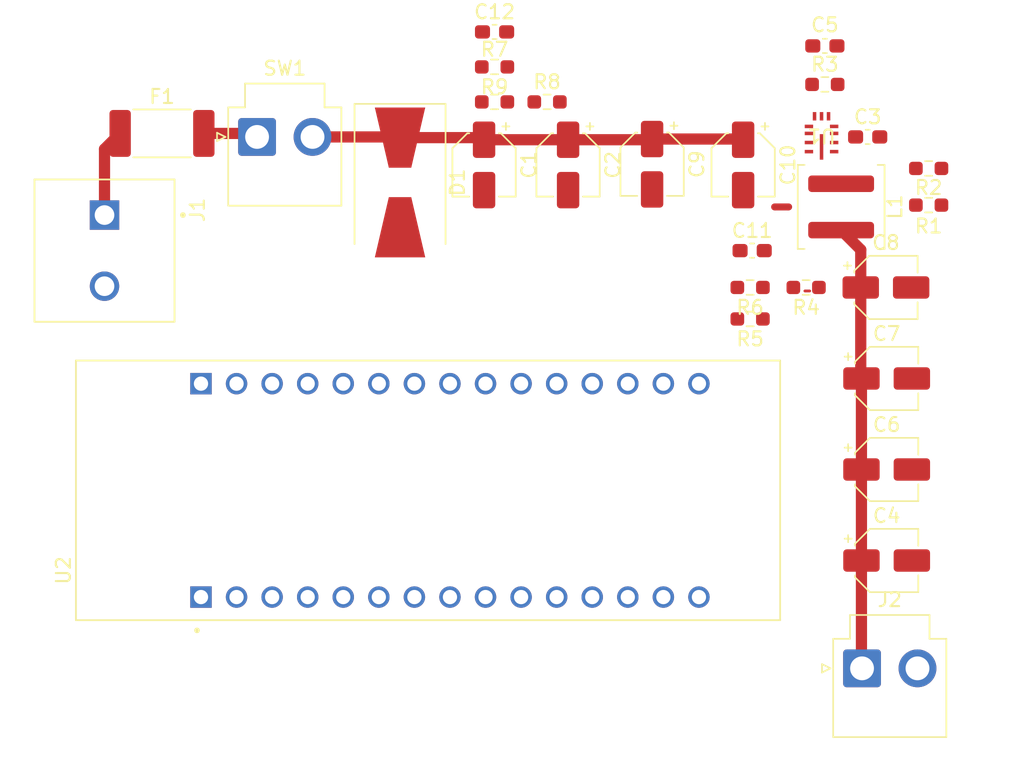
<source format=kicad_pcb>
(kicad_pcb (version 20241229) (generator "pcbnew") (generator_version "9.0")
  (title_block (company "Mateusz Witczak"))
  (layers (0 "F.Cu" signal) (4 "In1.Cu" signal) (6 "In2.Cu" signal) (2 "B.Cu" signal) (13 "F.Paste" user) (15 "B.Paste" user) (5 "F.SilkS" user "F.Silkscreen") (7 "B.SilkS" user "B.Silkscreen") (1 "F.Mask" user) (3 "B.Mask" user) (25 "Edge.Cuts" user))
  (net 0 "")
  (net 1 "PGND")
  (net 2 "V_IN_MEAS")
  (net 3 "Net-(U1-SW)")
  (net 4 "Net-(U1-BST)")
  (net 5 "V_OUT_MEAS")
  (net 6 "Net-(U1-VCC)")
  (net 7 "AGND")
  (net 8 "Net-(C11-Pad1)")
  (net 9 "Net-(C12-Pad1)")
  (net 10 "Net-(J1-Pin_1)")
  (net 11 "Net-(SW1-A)")
  (net 12 "Net-(U1-FB)")
  (net 13 "PG")
  (net 14 "Net-(R4-Pad2)")
  (net 15 "PA0")
  (net 16 "Net-(R7-Pad2)")
  (net 17 "PA1")
  (footprint "Capacitor_SMD:CP_Elec_4x5.4" (layer "F.Cu") (at 168.605 77.38 -90)
    (property "Reference" "C10" (at 0 -3.2 90) (layer "F.SilkS"))
    (property "Value" "100n")
    (fp_line (start -1.195563 2.26) (end 2.26 2.26) (stroke (width 0.12)) (layer "F.SilkS"))
    (fp_line (start 2.26 2.26) (end 2.26 1.06) (stroke (width 0.12)) (layer "F.SilkS"))
    (fp_line (start -2.26 1.195563) (end -1.195563 2.26) (stroke (width 0.12)) (layer "F.SilkS"))
    (fp_line (start -2.26 1.195563) (end -2.26 1.06) (stroke (width 0.12)) (layer "F.SilkS"))
    (fp_line (start -2.26 -1.195563) (end -2.26 -1.06) (stroke (width 0.12)) (layer "F.SilkS"))
    (fp_line (start -2.26 -1.195563) (end -1.195563 -2.26) (stroke (width 0.12)) (layer "F.SilkS"))
    (fp_line (start -3 -1.56) (end -2.5 -1.56) (stroke (width 0.12)) (layer "F.SilkS"))
    (fp_line (start -2.75 -1.81) (end -2.75 -1.31) (stroke (width 0.12)) (layer "F.SilkS"))
    (fp_line (start -1.195563 -2.26) (end 2.26 -2.26) (stroke (width 0.12)) (layer "F.SilkS"))
    (fp_line (start 2.26 -2.26) (end 2.26 -1.06) (stroke (width 0.12)) (layer "F.SilkS"))
    (pad "1" smd roundrect (at -1.8 0 270) (size 2.6 1.6) (layers "F.Cu" "F.Mask" "F.Paste") (roundrect_rratio 0.15625) (net 2 "V_IN_MEAS"))
    (pad "2" smd roundrect (at 1.8 0 270) (size 2.6 1.6) (layers "F.Cu" "F.Mask" "F.Paste") (roundrect_rratio 0.15625) (net 1 "PGND"))
  )
  (footprint "Capacitor_SMD:C_0603_1608Metric_Pad1.08x0.95mm_HandSolder" (layer "F.Cu") (at 174.4425 68.88 180)
    (property "Reference" "C5" (at 0 1.5 0) (layer "F.SilkS"))
    (property "Value" "1u")
    (fp_line (start -0.146267 0.51) (end 0.146267 0.51) (stroke (width 0.12)) (layer "F.SilkS"))
    (fp_line (start -0.146267 -0.51) (end 0.146267 -0.51) (stroke (width 0.12)) (layer "F.SilkS"))
    (pad "1" smd roundrect (at -0.8625 0 180) (size 1.075 0.95) (layers "F.Cu" "F.Mask" "F.Paste") (net 6 "Net-(U1-VCC)"))
    (pad "2" smd roundrect (at 0.8625 0 180) (size 1.075 0.95) (layers "F.Cu" "F.Mask" "F.Paste") (net 7 "AGND"))
  )
  (footprint "Capacitor_SMD:CP_Elec_4x5.4" (layer "F.Cu") (at 178.805 86.13)
    (property "Reference" "C8" (at 0 -3.2 0) (layer "F.SilkS"))
    (property "Value" "22u")
    (fp_line (start -3 -1.56) (end -2.5 -1.56) (stroke (width 0.12)) (layer "F.SilkS"))
    (fp_line (start -2.75 -1.81) (end -2.75 -1.31) (stroke (width 0.12)) (layer "F.SilkS"))
    (fp_line (start -2.26 -1.195563) (end -2.26 -1.06) (stroke (width 0.12)) (layer "F.SilkS"))
    (fp_line (start -2.26 -1.195563) (end -1.195563 -2.26) (stroke (width 0.12)) (layer "F.SilkS"))
    (fp_line (start -2.26 1.195563) (end -2.26 1.06) (stroke (width 0.12)) (layer "F.SilkS"))
    (fp_line (start -2.26 1.195563) (end -1.195563 2.26) (stroke (width 0.12)) (layer "F.SilkS"))
    (fp_line (start -1.195563 -2.26) (end 2.26 -2.26) (stroke (width 0.12)) (layer "F.SilkS"))
    (fp_line (start -1.195563 2.26) (end 2.26 2.26) (stroke (width 0.12)) (layer "F.SilkS"))
    (fp_line (start 2.26 -2.26) (end 2.26 -1.06) (stroke (width 0.12)) (layer "F.SilkS"))
    (fp_line (start 2.26 2.26) (end 2.26 1.06) (stroke (width 0.12)) (layer "F.SilkS"))
    (pad "1" smd roundrect (at -1.8 0) (size 2.6 1.6) (layers "F.Cu" "F.Mask" "F.Paste") (roundrect_rratio 0.15625) (net 5 "V_OUT_MEAS"))
    (pad "2" smd roundrect (at 1.8 0) (size 2.6 1.6) (layers "F.Cu" "F.Mask" "F.Paste") (roundrect_rratio 0.15625) (net 1 "PGND"))
  )
  (footprint "Connector_JST:JST_VH_B2P-VH_1x02_P3.96mm_Vertical" (layer "F.Cu") (at 133.895 75.38)
    (property "Reference" "SW1" (at 1.98 -4.9 0) (layer "F.SilkS"))
    (property "Value" "SW_SPST")
    (fp_line (start -2.86 -0.3) (end -2.26 0) (stroke (width 0.12)) (layer "F.SilkS"))
    (fp_line (start -2.86 0.3) (end -2.86 -0.3) (stroke (width 0.12)) (layer "F.SilkS"))
    (fp_line (start -2.26 0) (end -2.86 0.3) (stroke (width 0.12)) (layer "F.SilkS"))
    (fp_line (start -2.06 -2.11) (end -0.86 -2.11) (stroke (width 0.12)) (layer "F.SilkS"))
    (fp_line (start -2.06 4.91) (end -2.06 -2.11) (stroke (width 0.12)) (layer "F.SilkS"))
    (fp_line (start -0.86 -3.81) (end 4.82 -3.81) (stroke (width 0.12)) (layer "F.SilkS"))
    (fp_line (start -0.86 -2.11) (end -0.86 -3.81) (stroke (width 0.12)) (layer "F.SilkS"))
    (fp_line (start 4.82 -3.81) (end 4.82 -2.11) (stroke (width 0.12)) (layer "F.SilkS"))
    (fp_line (start 4.82 -2.11) (end 6.02 -2.11) (stroke (width 0.12)) (layer "F.SilkS"))
    (fp_line (start 6.02 -2.11) (end 6.02 4.91) (stroke (width 0.12)) (layer "F.SilkS"))
    (fp_line (start 6.02 4.91) (end -2.06 4.91) (stroke (width 0.12)) (layer "F.SilkS"))
    (pad "1" thru_hole roundrect (at 0 0) (size 2.7 2.7) (drill 1.7) (layers "*.Cu" "*.Mask") (roundrect_rratio 0.092593) (net 11 "Net-(SW1-A)"))
    (pad "2" thru_hole circle (at 3.96 0) (size 2.7 2.7) (drill 1.7) (layers "*.Cu" "*.Mask") (net 2 "V_IN_MEAS"))
  )
  (footprint "Resistor_SMD:R_0603_1608Metric_Pad0.98x0.95mm_HandSolder" (layer "F.Cu") (at 169.105 88.38 180)
    (property "Reference" "R5" (at 0 -1.43 0) (layer "F.SilkS"))
    (property "Value" "100k")
    (fp_line (start -0.254724 0.5225) (end 0.254724 0.5225) (stroke (width 0.12)) (layer "F.SilkS"))
    (fp_line (start -0.254724 -0.5225) (end 0.254724 -0.5225) (stroke (width 0.12)) (layer "F.SilkS"))
    (pad "1" smd roundrect (at -0.9125 0 180) (size 0.975 0.95) (layers "F.Cu" "F.Mask" "F.Paste") (net 14 "Net-(R4-Pad2)"))
    (pad "2" smd roundrect (at 0.9125 0 180) (size 0.975 0.95) (layers "F.Cu" "F.Mask" "F.Paste") (net 15 "PA0"))
  )
  (footprint "Capacitor_SMD:CP_Elec_4x5.4" (layer "F.Cu") (at 178.855 99.13)
    (property "Reference" "C6" (at 0 -3.2 0) (layer "F.SilkS"))
    (property "Value" "22u")
    (fp_line (start -3 -1.56) (end -2.5 -1.56) (stroke (width 0.12)) (layer "F.SilkS"))
    (fp_line (start -2.75 -1.81) (end -2.75 -1.31) (stroke (width 0.12)) (layer "F.SilkS"))
    (fp_line (start -2.26 -1.195563) (end -2.26 -1.06) (stroke (width 0.12)) (layer "F.SilkS"))
    (fp_line (start -2.26 -1.195563) (end -1.195563 -2.26) (stroke (width 0.12)) (layer "F.SilkS"))
    (fp_line (start -2.26 1.195563) (end -2.26 1.06) (stroke (width 0.12)) (layer "F.SilkS"))
    (fp_line (start -2.26 1.195563) (end -1.195563 2.26) (stroke (width 0.12)) (layer "F.SilkS"))
    (fp_line (start -1.195563 -2.26) (end 2.26 -2.26) (stroke (width 0.12)) (layer "F.SilkS"))
    (fp_line (start -1.195563 2.26) (end 2.26 2.26) (stroke (width 0.12)) (layer "F.SilkS"))
    (fp_line (start 2.26 -2.26) (end 2.26 -1.06) (stroke (width 0.12)) (layer "F.SilkS"))
    (fp_line (start 2.26 2.26) (end 2.26 1.06) (stroke (width 0.12)) (layer "F.SilkS"))
    (pad "1" smd roundrect (at -1.8 0) (size 2.6 1.6) (layers "F.Cu" "F.Mask" "F.Paste") (roundrect_rratio 0.15625) (net 5 "V_OUT_MEAS"))
    (pad "2" smd roundrect (at 1.8 0) (size 2.6 1.6) (layers "F.Cu" "F.Mask" "F.Paste") (roundrect_rratio 0.15625) (net 1 "PGND"))
  )
  (footprint "Resistor_SMD:R_0603_1608Metric_Pad0.98x0.95mm_HandSolder" (layer "F.Cu") (at 150.855 70.38 180)
    (property "Reference" "R9" (at 0 -1.43 0) (layer "F.SilkS"))
    (property "Value" "33k")
    (fp_line (start -0.254724 0.5225) (end 0.254724 0.5225) (stroke (width 0.12)) (layer "F.SilkS"))
    (fp_line (start -0.254724 -0.5225) (end 0.254724 -0.5225) (stroke (width 0.12)) (layer "F.SilkS"))
    (pad "1" smd roundrect (at -0.9125 0 180) (size 0.975 0.95) (layers "F.Cu" "F.Mask" "F.Paste") (net 16 "Net-(R7-Pad2)"))
    (pad "2" smd roundrect (at 0.9125 0 180) (size 0.975 0.95) (layers "F.Cu" "F.Mask" "F.Paste") (net 9 "Net-(C12-Pad1)"))
  )
  (footprint "Capacitor_SMD:CP_Elec_4x5.4" (layer "F.Cu") (at 156.105 77.38 -90)
    (property "Reference" "C2" (at 0 -3.2 90) (layer "F.SilkS"))
    (property "Value" "4.7u")
    (fp_line (start -1.195563 2.26) (end 2.26 2.26) (stroke (width 0.12)) (layer "F.SilkS"))
    (fp_line (start 2.26 2.26) (end 2.26 1.06) (stroke (width 0.12)) (layer "F.SilkS"))
    (fp_line (start -2.26 1.195563) (end -1.195563 2.26) (stroke (width 0.12)) (layer "F.SilkS"))
    (fp_line (start -2.26 1.195563) (end -2.26 1.06) (stroke (width 0.12)) (layer "F.SilkS"))
    (fp_line (start -2.26 -1.195563) (end -2.26 -1.06) (stroke (width 0.12)) (layer "F.SilkS"))
    (fp_line (start -2.26 -1.195563) (end -1.195563 -2.26) (stroke (width 0.12)) (layer "F.SilkS"))
    (fp_line (start -3 -1.56) (end -2.5 -1.56) (stroke (width 0.12)) (layer "F.SilkS"))
    (fp_line (start -2.75 -1.81) (end -2.75 -1.31) (stroke (width 0.12)) (layer "F.SilkS"))
    (fp_line (start -1.195563 -2.26) (end 2.26 -2.26) (stroke (width 0.12)) (layer "F.SilkS"))
    (fp_line (start 2.26 -2.26) (end 2.26 -1.06) (stroke (width 0.12)) (layer "F.SilkS"))
    (pad "1" smd roundrect (at -1.8 0 270) (size 2.6 1.6) (layers "F.Cu" "F.Mask" "F.Paste") (roundrect_rratio 0.15625) (net 2 "V_IN_MEAS"))
    (pad "2" smd roundrect (at 1.8 0 270) (size 2.6 1.6) (layers "F.Cu" "F.Mask" "F.Paste") (roundrect_rratio 0.15625) (net 1 "PGND"))
  )
  (footprint "Diode_SMD:D_SMB-SMC_Universal_Handsoldering" (layer "F.Cu") (at 144.105 78.63 -90)
    (property "Reference" "D1" (at 0 -4.1 90) (layer "F.SilkS"))
    (property "Value" "D_Zener")
    (fp_line (start -5.61 3.25) (end 4.4 3.25) (stroke (width 0.12)) (layer "F.SilkS"))
    (fp_line (start -5.61 3.25) (end -5.61 -3.25) (stroke (width 0.12)) (layer "F.SilkS"))
    (fp_line (start -5.61 -3.25) (end 4.4 -3.25) (stroke (width 0.12)) (layer "F.SilkS"))
    (pad "1" smd trapezoid (at -3.2 0 270) (size 4.3 2.6) (rect_delta 1 0) (layers "F.Cu" "F.Mask" "F.Paste") (net 2 "V_IN_MEAS"))
    (pad "2" smd trapezoid (at 3.2 0 90) (size 4.3 2.6) (rect_delta 1 0) (layers "F.Cu" "F.Mask" "F.Paste") (net 1 "PGND"))
  )
  (footprint "Capacitor_SMD:CP_Elec_4x5.4" (layer "F.Cu") (at 178.855 105.63)
    (property "Reference" "C4" (at 0 -3.2 0) (layer "F.SilkS"))
    (property "Value" "22u")
    (fp_line (start -3 -1.56) (end -2.5 -1.56) (stroke (width 0.12)) (layer "F.SilkS"))
    (fp_line (start -2.75 -1.81) (end -2.75 -1.31) (stroke (width 0.12)) (layer "F.SilkS"))
    (fp_line (start -2.26 -1.195563) (end -2.26 -1.06) (stroke (width 0.12)) (layer "F.SilkS"))
    (fp_line (start -2.26 -1.195563) (end -1.195563 -2.26) (stroke (width 0.12)) (layer "F.SilkS"))
    (fp_line (start -2.26 1.195563) (end -2.26 1.06) (stroke (width 0.12)) (layer "F.SilkS"))
    (fp_line (start -2.26 1.195563) (end -1.195563 2.26) (stroke (width 0.12)) (layer "F.SilkS"))
    (fp_line (start -1.195563 -2.26) (end 2.26 -2.26) (stroke (width 0.12)) (layer "F.SilkS"))
    (fp_line (start -1.195563 2.26) (end 2.26 2.26) (stroke (width 0.12)) (layer "F.SilkS"))
    (fp_line (start 2.26 -2.26) (end 2.26 -1.06) (stroke (width 0.12)) (layer "F.SilkS"))
    (fp_line (start 2.26 2.26) (end 2.26 1.06) (stroke (width 0.12)) (layer "F.SilkS"))
    (pad "1" smd roundrect (at -1.8 0) (size 2.6 1.6) (layers "F.Cu" "F.Mask" "F.Paste") (roundrect_rratio 0.15625) (net 5 "V_OUT_MEAS"))
    (pad "2" smd roundrect (at 1.8 0) (size 2.6 1.6) (layers "F.Cu" "F.Mask" "F.Paste") (roundrect_rratio 0.15625) (net 1 "PGND"))
  )
  (footprint "Fuse:Fuse_2512_6332Metric_Pad1.52x3.35mm_HandSolder" (layer "F.Cu") (at 127.105 75.13)
    (property "Reference" "F1" (at 0 -2.63 0) (layer "F.SilkS"))
    (property "Value" "Fuse")
    (fp_line (start -2.052064 -1.71) (end 2.052064 -1.71) (stroke (width 0.12)) (layer "F.SilkS"))
    (fp_line (start -2.052064 1.71) (end 2.052064 1.71) (stroke (width 0.12)) (layer "F.SilkS"))
    (pad "1" smd roundrect (at -2.9875 0) (size 1.525 3.35) (layers "F.Cu" "F.Mask" "F.Paste") (roundrect_rratio 0.163934) (net 10 "Net-(J1-Pin_1)"))
    (pad "2" smd roundrect (at 2.9875 0) (size 1.525 3.35) (layers "F.Cu" "F.Mask" "F.Paste") (roundrect_rratio 0.163934) (net 11 "Net-(SW1-A)"))
  )
  (footprint "NUCLEO_L432KC:MODULE_NUCLEO-L432KC" (layer "F.Cu") (at 146.105 100.62 90)
    (property "Reference" "U2" (at -5.715 -26.035 90) (layer "F.SilkS"))
    (property "Value" "NUCLEO-L432KC")
    (fp_line (start 9.27 -25.145) (end 9.27 25.145) (stroke (width 0.127)) (layer "F.SilkS"))
    (fp_line (start -9.27 -25.145) (end 9.27 -25.145) (stroke (width 0.127)) (layer "F.SilkS"))
    (fp_line (start 9.27 25.145) (end -9.27 25.145) (stroke (width 0.127)) (layer "F.SilkS"))
    (fp_line (start -9.27 25.145) (end -9.27 -25.145) (stroke (width 0.127)) (layer "F.SilkS"))
    (fp_circle (center -10 -16.5) (end -9.9 -16.5) (stroke (width 0.2)) (fill no) (layer "F.SilkS"))
    (pad "CN3_1" thru_hole rect (at -7.62 -16.215 90) (size 1.53 1.53) (drill 1.02) (layers "*.Cu" "*.Mask"))
    (pad "CN3_2" thru_hole circle (at -7.62 -13.675 90) (size 1.53 1.53) (drill 1.02) (layers "*.Cu" "*.Mask"))
    (pad "CN3_3" thru_hole circle (at -7.62 -11.135 90) (size 1.53 1.53) (drill 1.02) (layers "*.Cu" "*.Mask"))
    (pad "CN3_4" thru_hole circle (at -7.62 -8.595 90) (size 1.53 1.53) (drill 1.02) (layers "*.Cu" "*.Mask") (net 7 "AGND"))
    (pad "CN3_5" thru_hole circle (at -7.62 -6.055 90) (size 1.53 1.53) (drill 1.02) (layers "*.Cu" "*.Mask"))
    (pad "CN3_6" thru_hole circle (at -7.62 -3.515 90) (size 1.53 1.53) (drill 1.02) (layers "*.Cu" "*.Mask"))
    (pad "CN3_7" thru_hole circle (at -7.62 -0.975 90) (size 1.53 1.53) (drill 1.02) (layers "*.Cu" "*.Mask"))
    (pad "CN3_8" thru_hole circle (at -7.62 1.565 90) (size 1.53 1.53) (drill 1.02) (layers "*.Cu" "*.Mask"))
    (pad "CN3_9" thru_hole circle (at -7.62 4.105 90) (size 1.53 1.53) (drill 1.02) (layers "*.Cu" "*.Mask"))
    (pad "CN3_10" thru_hole circle (at -7.62 6.645 90) (size 1.53 1.53) (drill 1.02) (layers "*.Cu" "*.Mask"))
    (pad "CN3_11" thru_hole circle (at -7.62 9.185 90) (size 1.53 1.53) (drill 1.02) (layers "*.Cu" "*.Mask"))
    (pad "CN3_12" thru_hole circle (at -7.62 11.725 90) (size 1.53 1.53) (drill 1.02) (layers "*.Cu" "*.Mask"))
    (pad "CN3_13" thru_hole circle (at -7.62 14.265 90) (size 1.53 1.53) (drill 1.02) (layers "*.Cu" "*.Mask"))
    (pad "CN3_14" thru_hole circle (at -7.62 16.805 90) (size 1.53 1.53) (drill 1.02) (layers "*.Cu" "*.Mask"))
    (pad "CN3_15" thru_hole circle (at -7.62 19.345 90) (size 1.53 1.53) (drill 1.02) (layers "*.Cu" "*.Mask"))
    (pad "CN4_1" thru_hole rect (at 7.62 -16.215 90) (size 1.53 1.53) (drill 1.02) (layers "*.Cu" "*.Mask"))
    (pad "CN4_2" thru_hole circle (at 7.62 -13.675 90) (size 1.53 1.53) (drill 1.02) (layers "*.Cu" "*.Mask") (net 7 "AGND"))
    (pad "CN4_3" thru_hole circle (at 7.62 -11.135 90) (size 1.53 1.53) (drill 1.02) (layers "*.Cu" "*.Mask"))
    (pad "CN4_4" thru_hole circle (at 7.62 -8.595 90) (size 1.53 1.53) (drill 1.02) (layers "*.Cu" "*.Mask"))
    (pad "CN4_5" thru_hole circle (at 7.62 -6.055 90) (size 1.53 1.53) (drill 1.02) (layers "*.Cu" "*.Mask"))
    (pad "CN4_6" thru_hole circle (at 7.62 -3.515 90) (size 1.53 1.53) (drill 1.02) (layers "*.Cu" "*.Mask"))
    (pad "CN4_7" thru_hole circle (at 7.62 -0.975 90) (size 1.53 1.53) (drill 1.02) (layers "*.Cu" "*.Mask"))
    (pad "CN4_8" thru_hole circle (at 7.62 1.565 90) (size 1.53 1.53) (drill 1.02) (layers "*.Cu" "*.Mask"))
    (pad "CN4_9" thru_hole circle (at 7.62 4.105 90) (size 1.53 1.53) (drill 1.02) (layers "*.Cu" "*.Mask"))
    (pad "CN4_10" thru_hole circle (at 7.62 6.645 90) (size 1.53 1.53) (drill 1.02) (layers "*.Cu" "*.Mask"))
    (pad "CN4_11" thru_hole circle (at 7.62 9.185 90) (size 1.53 1.53) (drill 1.02) (layers "*.Cu" "*.Mask") (net 17 "PA1"))
    (pad "CN4_12" thru_hole circle (at 7.62 11.725 90) (size 1.53 1.53) (drill 1.02) (layers "*.Cu" "*.Mask") (net 15 "PA0"))
    (pad "CN4_13" thru_hole circle (at 7.62 14.265 90) (size 1.53 1.53) (drill 1.02) (layers "*.Cu" "*.Mask"))
    (pad "CN4_14" thru_hole circle (at 7.62 16.805 90) (size 1.53 1.53) (drill 1.02) (layers "*.Cu" "*.Mask"))
    (pad "CN4_15" thru_hole circle (at 7.62 19.345 90) (size 1.53 1.53) (drill 1.02) (layers "*.Cu" "*.Mask"))
  )
  (footprint "Resistor_SMD:R_0603_1608Metric_Pad0.98x0.95mm_HandSolder" (layer "F.Cu") (at 174.4425 71.63)
    (property "Reference" "R3" (at 0 -1.43 0) (layer "F.SilkS"))
    (property "Value" "100k")
    (fp_line (start -0.254724 -0.5225) (end 0.254724 -0.5225) (stroke (width 0.12)) (layer "F.SilkS"))
    (fp_line (start -0.254724 0.5225) (end 0.254724 0.5225) (stroke (width 0.12)) (layer "F.SilkS"))
    (pad "1" smd roundrect (at -0.9125 0) (size 0.975 0.95) (layers "F.Cu" "F.Mask" "F.Paste") (net 13 "PG"))
    (pad "2" smd roundrect (at 0.9125 0) (size 0.975 0.95) (layers "F.Cu" "F.Mask" "F.Paste") (net 6 "Net-(U1-VCC)"))
  )
  (footprint "Resistor_SMD:R_0603_1608Metric_Pad0.98x0.95mm_HandSolder" (layer "F.Cu") (at 154.605 72.88)
    (property "Reference" "R8" (at 0 -1.43 0) (layer "F.SilkS"))
    (property "Value" "27k")
    (fp_line (start -0.254724 -0.5225) (end 0.254724 -0.5225) (stroke (width 0.12)) (layer "F.SilkS"))
    (fp_line (start -0.254724 0.5225) (end 0.254724 0.5225) (stroke (width 0.12)) (layer "F.SilkS"))
    (pad "1" smd roundrect (at -0.9125 0) (size 0.975 0.95) (layers "F.Cu" "F.Mask" "F.Paste") (net 16 "Net-(R7-Pad2)"))
    (pad "2" smd roundrect (at 0.9125 0) (size 0.975 0.95) (layers "F.Cu" "F.Mask" "F.Paste") (net 17 "PA1"))
  )
  (footprint "Capacitor_SMD:CP_Elec_4x5.4" (layer "F.Cu") (at 150.105 77.38 -90)
    (property "Reference" "C1" (at 0 -3.2 90) (layer "F.SilkS"))
    (property "Value" "4.7u")
    (fp_line (start -1.195563 2.26) (end 2.26 2.26) (stroke (width 0.12)) (layer "F.SilkS"))
    (fp_line (start 2.26 2.26) (end 2.26 1.06) (stroke (width 0.12)) (layer "F.SilkS"))
    (fp_line (start -2.26 1.195563) (end -1.195563 2.26) (stroke (width 0.12)) (layer "F.SilkS"))
    (fp_line (start -2.26 1.195563) (end -2.26 1.06) (stroke (width 0.12)) (layer "F.SilkS"))
    (fp_line (start -2.26 -1.195563) (end -2.26 -1.06) (stroke (width 0.12)) (layer "F.SilkS"))
    (fp_line (start -2.26 -1.195563) (end -1.195563 -2.26) (stroke (width 0.12)) (layer "F.SilkS"))
    (fp_line (start -3 -1.56) (end -2.5 -1.56) (stroke (width 0.12)) (layer "F.SilkS"))
    (fp_line (start -2.75 -1.81) (end -2.75 -1.31) (stroke (width 0.12)) (layer "F.SilkS"))
    (fp_line (start -1.195563 -2.26) (end 2.26 -2.26) (stroke (width 0.12)) (layer "F.SilkS"))
    (fp_line (start 2.26 -2.26) (end 2.26 -1.06) (stroke (width 0.12)) (layer "F.SilkS"))
    (pad "1" smd roundrect (at -1.8 0 270) (size 2.6 1.6) (layers "F.Cu" "F.Mask" "F.Paste") (roundrect_rratio 0.15625) (net 2 "V_IN_MEAS"))
    (pad "2" smd roundrect (at 1.8 0 270) (size 2.6 1.6) (layers "F.Cu" "F.Mask" "F.Paste") (roundrect_rratio 0.15625) (net 1 "PGND"))
  )
  (footprint "Capacitor_SMD:C_0603_1608Metric_Pad1.08x0.95mm_HandSolder" (layer "F.Cu") (at 150.855 67.88)
    (property "Reference" "C12" (at 0 -1.43 0) (layer "F.SilkS"))
    (property "Value" "2.2n")
    (fp_line (start -0.146267 -0.51) (end 0.146267 -0.51) (stroke (width 0.12)) (layer "F.SilkS"))
    (fp_line (start -0.146267 0.51) (end 0.146267 0.51) (stroke (width 0.12)) (layer "F.SilkS"))
    (pad "1" smd roundrect (at -0.8625 0) (size 1.075 0.95) (layers "F.Cu" "F.Mask" "F.Paste") (net 9 "Net-(C12-Pad1)"))
    (pad "2" smd roundrect (at 0.8625 0) (size 1.075 0.95) (layers "F.Cu" "F.Mask" "F.Paste") (net 7 "AGND"))
  )
  (footprint "NetTie:NetTie-2_SMD_Pad0.5mm" (layer "F.Cu") (at 171.355 80.38)
    (property "Reference" "NT1" (hide yes))
    (property "Value" "NetTie_2" (hide yes))
    (fp_poly (pts (xy -0.5 -0.25) (xy 0.5 -0.25) (xy 0.5 0.25) (xy -0.5 0.25)) (fill yes) (layer "F.Cu"))
    (pad "1" smd circle (at -0.5 0) (size 0.5 0.5) (layers "F.Cu") (net 1 "PGND"))
    (pad "2" smd circle (at 0.5 0) (size 0.5 0.5) (layers "F.Cu") (net 7 "AGND"))
  )
  (footprint "Resistor_SMD:R_0603_1608Metric_Pad0.98x0.95mm_HandSolder" (layer "F.Cu") (at 150.855 72.88)
    (property "Reference" "R7" (at 0 -3.75 0) (layer "F.SilkS"))
    (property "Value" "75k")
    (fp_line (start -0.254724 -0.5225) (end 0.254724 -0.5225) (stroke (width 0.12)) (layer "F.SilkS"))
    (fp_line (start -0.254724 0.5225) (end 0.254724 0.5225) (stroke (width 0.12)) (layer "F.SilkS"))
    (pad "1" smd roundrect (at -0.9125 0) (size 0.975 0.95) (layers "F.Cu" "F.Mask" "F.Paste") (net 2 "V_IN_MEAS"))
    (pad "2" smd roundrect (at 0.9125 0) (size 0.975 0.95) (layers "F.Cu" "F.Mask" "F.Paste") (net 16 "Net-(R7-Pad2)"))
  )
  (footprint "Resistor_SMD:R_0603_1608Metric_Pad0.98x0.95mm_HandSolder" (layer "F.Cu") (at 181.855 77.63)
    (property "Reference" "R2" (at 0 1.37 0) (layer "F.SilkS"))
    (property "Value" "43.3k")
    (fp_line (start -0.254724 -0.5225) (end 0.254724 -0.5225) (stroke (width 0.12)) (layer "F.SilkS"))
    (fp_line (start -0.254724 0.5225) (end 0.254724 0.5225) (stroke (width 0.12)) (layer "F.SilkS"))
    (pad "1" smd roundrect (at -0.9125 0) (size 0.975 0.95) (layers "F.Cu" "F.Mask" "F.Paste") (net 12 "Net-(U1-FB)"))
    (pad "2" smd roundrect (at 0.9125 0) (size 0.975 0.95) (layers "F.Cu" "F.Mask" "F.Paste") (net 1 "PGND"))
  )
  (footprint "Capacitor_SMD:CP_Elec_4x5.4" (layer "F.Cu") (at 162.105 77.33 -90)
    (property "Reference" "C9" (at 0 -3.2 90) (layer "F.SilkS"))
    (property "Value" "100n")
    (fp_line (start -1.195563 2.26) (end 2.26 2.26) (stroke (width 0.12)) (layer "F.SilkS"))
    (fp_line (start 2.26 2.26) (end 2.26 1.06) (stroke (width 0.12)) (layer "F.SilkS"))
    (fp_line (start -2.26 1.195563) (end -1.195563 2.26) (stroke (width 0.12)) (layer "F.SilkS"))
    (fp_line (start -2.26 1.195563) (end -2.26 1.06) (stroke (width 0.12)) (layer "F.SilkS"))
    (fp_line (start -2.26 -1.195563) (end -2.26 -1.06) (stroke (width 0.12)) (layer "F.SilkS"))
    (fp_line (start -2.26 -1.195563) (end -1.195563 -2.26) (stroke (width 0.12)) (layer "F.SilkS"))
    (fp_line (start -3 -1.56) (end -2.5 -1.56) (stroke (width 0.12)) (layer "F.SilkS"))
    (fp_line (start -2.75 -1.81) (end -2.75 -1.31) (stroke (width 0.12)) (layer "F.SilkS"))
    (fp_line (start -1.195563 -2.26) (end 2.26 -2.26) (stroke (width 0.12)) (layer "F.SilkS"))
    (fp_line (start 2.26 -2.26) (end 2.26 -1.06) (stroke (width 0.12)) (layer "F.SilkS"))
    (pad "1" smd roundrect (at -1.8 0 270) (size 2.6 1.6) (layers "F.Cu" "F.Mask" "F.Paste") (roundrect_rratio 0.15625) (net 2 "V_IN_MEAS"))
    (pad "2" smd roundrect (at 1.8 0 270) (size 2.6 1.6) (layers "F.Cu" "F.Mask" "F.Paste") (roundrect_rratio 0.15625) (net 1 "PGND"))
  )
  (footprint "Connector_JST:JST_VH_B2P-VH_1x02_P3.96mm_Vertical" (layer "F.Cu") (at 177.0975 113.33)
    (property "Reference" "J2" (at 1.98 -4.9 0) (layer "F.SilkS"))
    (property "Value" "Conn_01x02_MountingPin")
    (fp_line (start -2.86 -0.3) (end -2.26 0) (stroke (width 0.12)) (layer "F.SilkS"))
    (fp_line (start -2.86 0.3) (end -2.86 -0.3) (stroke (width 0.12)) (layer "F.SilkS"))
    (fp_line (start -2.26 0) (end -2.86 0.3) (stroke (width 0.12)) (layer "F.SilkS"))
    (fp_line (start -2.06 -2.11) (end -0.86 -2.11) (stroke (width 0.12)) (layer "F.SilkS"))
    (fp_line (start -2.06 4.91) (end -2.06 -2.11) (stroke (width 0.12)) (layer "F.SilkS"))
    (fp_line (start -0.86 -3.81) (end 4.82 -3.81) (stroke (width 0.12)) (layer "F.SilkS"))
    (fp_line (start -0.86 -2.11) (end -0.86 -3.81) (stroke (width 0.12)) (layer "F.SilkS"))
    (fp_line (start 4.82 -3.81) (end 4.82 -2.11) (stroke (width 0.12)) (layer "F.SilkS"))
    (fp_line (start 4.82 -2.11) (end 6.02 -2.11) (stroke (width 0.12)) (layer "F.SilkS"))
    (fp_line (start 6.02 -2.11) (end 6.02 4.91) (stroke (width 0.12)) (layer "F.SilkS"))
    (fp_line (start 6.02 4.91) (end -2.06 4.91) (stroke (width 0.12)) (layer "F.SilkS"))
    (pad "1" thru_hole roundrect (at 0 0) (size 2.7 2.7) (drill 1.7) (layers "*.Cu" "*.Mask") (roundrect_rratio 0.092593) (net 5 "V_OUT_MEAS"))
    (pad "2" thru_hole circle (at 3.96 0) (size 2.7 2.7) (drill 1.7) (layers "*.Cu" "*.Mask") (net 1 "PGND"))
  )
  (footprint "Capacitor_SMD:C_0603_1608Metric_Pad1.08x0.95mm_HandSolder" (layer "F.Cu") (at 177.5 75.38)
    (property "Reference" "C3" (at 0 -1.43 0) (layer "F.SilkS"))
    (property "Value" "0.1u")
    (fp_line (start -0.146267 -0.51) (end 0.146267 -0.51) (stroke (width 0.12)) (layer "F.SilkS"))
    (fp_line (start -0.146267 0.51) (end 0.146267 0.51) (stroke (width 0.12)) (layer "F.SilkS"))
    (pad "1" smd roundrect (at -0.8625 0) (size 1.075 0.95) (layers "F.Cu" "F.Mask" "F.Paste") (net 4 "Net-(U1-BST)"))
    (pad "2" smd roundrect (at 0.8625 0) (size 1.075 0.95) (layers "F.Cu" "F.Mask" "F.Paste") (net 3 "Net-(U1-SW)"))
  )
  (footprint "Capacitor_SMD:CP_Elec_4x5.4" (layer "F.Cu") (at 178.855 92.63)
    (property "Reference" "C7" (at 0 -3.2 0) (layer "F.SilkS"))
    (property "Value" "22u")
    (fp_line (start -3 -1.56) (end -2.5 -1.56) (stroke (width 0.12)) (layer "F.SilkS"))
    (fp_line (start -2.75 -1.81) (end -2.75 -1.31) (stroke (width 0.12)) (layer "F.SilkS"))
    (fp_line (start -2.26 -1.195563) (end -2.26 -1.06) (stroke (width 0.12)) (layer "F.SilkS"))
    (fp_line (start -2.26 -1.195563) (end -1.195563 -2.26) (stroke (width 0.12)) (layer "F.SilkS"))
    (fp_line (start -2.26 1.195563) (end -2.26 1.06) (stroke (width 0.12)) (layer "F.SilkS"))
    (fp_line (start -2.26 1.195563) (end -1.195563 2.26) (stroke (width 0.12)) (layer "F.SilkS"))
    (fp_line (start -1.195563 -2.26) (end 2.26 -2.26) (stroke (width 0.12)) (layer "F.SilkS"))
    (fp_line (start -1.195563 2.26) (end 2.26 2.26) (stroke (width 0.12)) (layer "F.SilkS"))
    (fp_line (start 2.26 -2.26) (end 2.26 -1.06) (stroke (width 0.12)) (layer "F.SilkS"))
    (fp_line (start 2.26 2.26) (end 2.26 1.06) (stroke (width 0.12)) (layer "F.SilkS"))
    (pad "1" smd roundrect (at -1.8 0) (size 2.6 1.6) (layers "F.Cu" "F.Mask" "F.Paste") (roundrect_rratio 0.15625) (net 5 "V_OUT_MEAS"))
    (pad "2" smd roundrect (at 1.8 0) (size 2.6 1.6) (layers "F.Cu" "F.Mask" "F.Paste") (roundrect_rratio 0.15625) (net 1 "PGND"))
  )
  (footprint "footprints:RNX0012B" (layer "F.Cu") (at 174.204999 75.305 180)
    (property "Reference" "U1" (at 0 0 180) (layer "F.SilkS"))
    (property "Value" "LMR33630ARNXR")
    (pad "1" smd rect (at -0.900001 -1.124999 180) (size 0.599999 0.249999) (layers "F.Cu" "F.Mask" "F.Paste") (net 1 "PGND"))
    (pad "2" smd rect (at -0.900001 -0.475 180) (size 0.599999 0.249999) (layers "F.Cu" "F.Mask" "F.Paste"))
    (pad "3" smd rect (at -0.900001 0.175001 180) (size 0.599999 0.249999) (layers "F.Cu" "F.Mask" "F.Paste") (net 7 "AGND"))
    (pad "4" smd rect (at -0.900001 0.675 180) (size 0.599999 0.249999) (layers "F.Cu" "F.Mask" "F.Paste") (net 4 "Net-(U1-BST)"))
    (pad "5" smd rect (at -0.499999 1.4 270) (size 0.599999 0.249999) (layers "F.Cu" "F.Mask" "F.Paste") (net 6 "Net-(U1-VCC)"))
    (pad "6" smd rect (at 0 1.4 270) (size 0.599999 0.249999) (layers "F.Cu" "F.Mask" "F.Paste") (net 7 "AGND"))
    (pad "7" smd rect (at 0.499999 1.4 270) (size 0.599999 0.249999) (layers "F.Cu" "F.Mask" "F.Paste") (net 12 "Net-(U1-FB)"))
    (pad "8" smd rect (at 0.900001 0.675 180) (size 0.599999 0.249999) (layers "F.Cu" "F.Mask" "F.Paste") (net 13 "PG"))
    (pad "9" smd rect (at 0.900001 0.175001 180) (size 0.599999 0.249999) (layers "F.Cu" "F.Mask" "F.Paste") (net 2 "V_IN_MEAS"))
    (pad "10" smd rect (at 0.900001 -0.475 180) (size 0.599999 0.249999) (layers "F.Cu" "F.Mask" "F.Paste") (net 2 "V_IN_MEAS"))
    (pad "11" smd rect (at 0.900001 -1.124999 180) (size 0.599999 0.249999) (layers "F.Cu" "F.Mask" "F.Paste") (net 7 "AGND"))
    (pad "12" smd rect (at 0 -0.787999 270) (size 1.825 0.249999) (layers "F.Cu" "F.Mask") (net 3 "Net-(U1-SW)"))
  )
  (footprint "Inductor_SMD:L_Coilcraft_XAL5030-XXX" (layer "F.Cu") (at 175.605 80.38 -90)
    (property "Reference" "L1" (at 0 -3.84 90) (layer "F.SilkS"))
    (property "Value" "6.8u")
    (fp_line (start -3 3.1) (end 3 3.1) (stroke (width 0.12)) (layer "F.SilkS"))
    (fp_line (start -3 3.1) (end -3 2.61) (stroke (width 0.12)) (layer "F.SilkS"))
    (fp_line (start 3 3.1) (end 3 2.61) (stroke (width 0.12)) (layer "F.SilkS"))
    (fp_line (start -3 -3.1) (end -3 -2.61) (stroke (width 0.12)) (layer "F.SilkS"))
    (fp_line (start -3 -3.1) (end 3 -3.1) (stroke (width 0.12)) (layer "F.SilkS"))
    (fp_line (start 3 -3.1) (end 3 -2.61) (stroke (width 0.12)) (layer "F.SilkS"))
    (pad "1" smd roundrect (at -1.655 0 270) (size 1.18 4.7) (layers "F.Cu" "F.Mask" "F.Paste") (roundrect_rratio 0.211864) (net 3 "Net-(U1-SW)"))
    (pad "2" smd roundrect (at 1.655 0 270) (size 1.18 4.7) (layers "F.Cu" "F.Mask" "F.Paste") (roundrect_rratio 0.211864) (net 5 "V_OUT_MEAS"))
  )
  (footprint "Resistor_SMD:R_0603_1608Metric_Pad0.98x0.95mm_HandSolder" (layer "F.Cu") (at 181.855 80.25 180)
    (property "Reference" "R1" (at 0 -1.5 0) (layer "F.SilkS"))
    (property "Value" "100k")
    (fp_line (start -0.254724 0.5225) (end 0.254724 0.5225) (stroke (width 0.12)) (layer "F.SilkS"))
    (fp_line (start -0.254724 -0.5225) (end 0.254724 -0.5225) (stroke (width 0.12)) (layer "F.SilkS"))
    (pad "1" smd roundrect (at -0.9125 0 180) (size 0.975 0.95) (layers "F.Cu" "F.Mask" "F.Paste") (net 5 "V_OUT_MEAS"))
    (pad "2" smd roundrect (at 0.9125 0 180) (size 0.975 0.95) (layers "F.Cu" "F.Mask" "F.Paste") (net 12 "Net-(U1-FB)"))
  )
  (footprint "Capacitor_SMD:C_0603_1608Metric_Pad1.08x0.95mm_HandSolder" (layer "F.Cu") (at 169.25 83.5)
    (property "Reference" "C11" (at 0 -1.43 0) (layer "F.SilkS"))
    (property "Value" "2.2n")
    (fp_line (start -0.146267 -0.51) (end 0.146267 -0.51) (stroke (width 0.12)) (layer "F.SilkS"))
    (fp_line (start -0.146267 0.51) (end 0.146267 0.51) (stroke (width 0.12)) (layer "F.SilkS"))
    (pad "1" smd roundrect (at -0.8625 0) (size 1.075 0.95) (layers "F.Cu" "F.Mask" "F.Paste") (net 8 "Net-(C11-Pad1)"))
    (pad "2" smd roundrect (at 0.8625 0) (size 1.075 0.95) (layers "F.Cu" "F.Mask" "F.Paste") (net 7 "AGND"))
  )
  (footprint "Resistor_SMD:R_0603_1608Metric_Pad0.98x0.95mm_HandSolder" (layer "F.Cu") (at 169.105 86.13 180)
    (property "Reference" "R6" (at 0 -1.43 0) (layer "F.SilkS"))
    (property "Value" "100k")
    (fp_line (start -0.254724 0.5225) (end 0.254724 0.5225) (stroke (width 0.12)) (layer "F.SilkS"))
    (fp_line (start -0.254724 -0.5225) (end 0.254724 -0.5225) (stroke (width 0.12)) (layer "F.SilkS"))
    (pad "1" smd roundrect (at -0.9125 0 180) (size 0.975 0.95) (layers "F.Cu" "F.Mask" "F.Paste") (net 14 "Net-(R4-Pad2)"))
    (pad "2" smd roundrect (at 0.9125 0 180) (size 0.975 0.95) (layers "F.Cu" "F.Mask" "F.Paste") (net 8 "Net-(C11-Pad1)"))
  )
  (footprint "Resistor_SMD:R_0603_1608Metric_Pad0.98x0.95mm_HandSolder" (layer "F.Cu") (at 173.105 86.13 180)
    (property "Reference" "R4" (at 0 -1.43 0) (layer "F.SilkS"))
    (property "Value" "100k")
    (fp_line (start -0.254724 0.5225) (end 0.254724 0.5225) (stroke (width 0.12)) (layer "F.SilkS"))
    (fp_line (start -0.254724 -0.5225) (end 0.254724 -0.5225) (stroke (width 0.12)) (layer "F.SilkS"))
    (pad "1" smd roundrect (at -0.9125 0 180) (size 0.975 0.95) (layers "F.Cu" "F.Mask" "F.Paste") (net 5 "V_OUT_MEAS"))
    (pad "2" smd roundrect (at 0.9125 0 180) (size 0.975 0.95) (layers "F.Cu" "F.Mask" "F.Paste") (net 14 "Net-(R4-Pad2)"))
  )
  (footprint "282857-2:TE_282857-2" (layer "F.Cu") (at 123 83.5 -90)
    (property "Reference" "J1" (at -2.905 -6.635 90) (layer "F.SilkS"))
    (property "Value" "Conn_01x02_MountingPin")
    (fp_line (start -5.08 5) (end -5.08 -5) (stroke (width 0.127)) (layer "F.SilkS"))
    (fp_line (start 5.08 5) (end -5.08 5) (stroke (width 0.127)) (layer "F.SilkS"))
    (fp_line (start -5.08 -5) (end 5.08 -5) (stroke (width 0.127)) (layer "F.SilkS"))
    (fp_line (start 5.08 -5) (end 5.08 5) (stroke (width 0.127)) (layer "F.SilkS"))
    (fp_circle (center -2.54 -5.6) (end -2.44 -5.6) (stroke (width 0.2)) (fill no) (layer "F.SilkS"))
    (pad "1" thru_hole rect (at -2.54 0 270) (size 2.1 2.1) (drill 1.4) (layers "*.Cu" "*.Mask") (net 10 "Net-(J1-Pin_1)"))
    (pad "2" thru_hole circle (at 2.54 0 270) (size 2.1 2.1) (drill 1.4) (layers "*.Cu" "*.Mask") (net 1 "PGND"))
  )
  (segment (start 156.105 75.58) (end 162.055 75.58) (width 0.8) (layer "F.Cu") (net 2))
  (segment (start 137.855 75.38) (end 144.055 75.38) (width 0.8) (layer "F.Cu") (net 2))
  (segment (start 149.955 75.43) (end 150.105 75.58) (width 0.8) (layer "F.Cu") (net 2))
  (segment (start 168.555 75.53) (end 168.605 75.58) (width 0.8) (layer "F.Cu") (net 2))
  (segment (start 150.105 75.58) (end 156.105 75.58) (width 0.8) (layer "F.Cu") (net 2))
  (segment (start 162.105 75.53) (end 168.555 75.53) (width 0.8) (layer "F.Cu") (net 2))
  (segment (start 144.055 75.38) (end 144.105 75.43) (width 0.8) (layer "F.Cu") (net 2))
  (segment (start 144.105 75.43) (end 149.955 75.43) (width 0.8) (layer "F.Cu") (net 2))
  (segment (start 162.055 75.58) (end 162.105 75.53) (width 0.8) (layer "F.Cu") (net 2))
  (segment (start 177.005 83.435) (end 175.605 82.035) (width 0.8) (layer "F.Cu") (net 5))
  (segment (start 177.055 99.13) (end 177.055 105.63) (width 0.8) (layer "F.Cu") (net 5))
  (segment (start 177.005 92.58) (end 177.055 92.63) (width 0.8) (layer "F.Cu") (net 5))
  (segment (start 177.005 86.13) (end 177.005 92.58) (width 0.8) (layer "F.Cu") (net 5))
  (segment (start 173.0175 86.38) (end 173.355 86.38) (width 0.2) (layer "F.Cu") (net 5))
  (segment (start 177.055 92.63) (end 177.055 99.13) (width 0.8) (layer "F.Cu") (net 5))
  (segment (start 177.055 113.2875) (end 177.0975 113.33) (width 0.8) (layer "F.Cu") (net 5))
  (segment (start 177.005 86.13) (end 177.005 83.435) (width 0.8) (layer "F.Cu") (net 5))
  (segment (start 177.055 105.63) (end 177.055 113.2875) (width 0.8) (layer "F.Cu") (net 5))
  (segment (start 123 80.96) (end 123 76.2475) (width 0.8) (layer "F.Cu") (net 10))
  (segment (start 123 76.2475) (end 124.1175 75.13) (width 0.8) (layer "F.Cu") (net 10))
  (segment (start 130.0925 75.13) (end 133.645 75.13) (width 0.8) (layer "F.Cu") (net 11))
  (segment (start 133.645 75.13) (end 133.895 75.38) (width 0.8) (layer "F.Cu") (net 11))
)
</source>
